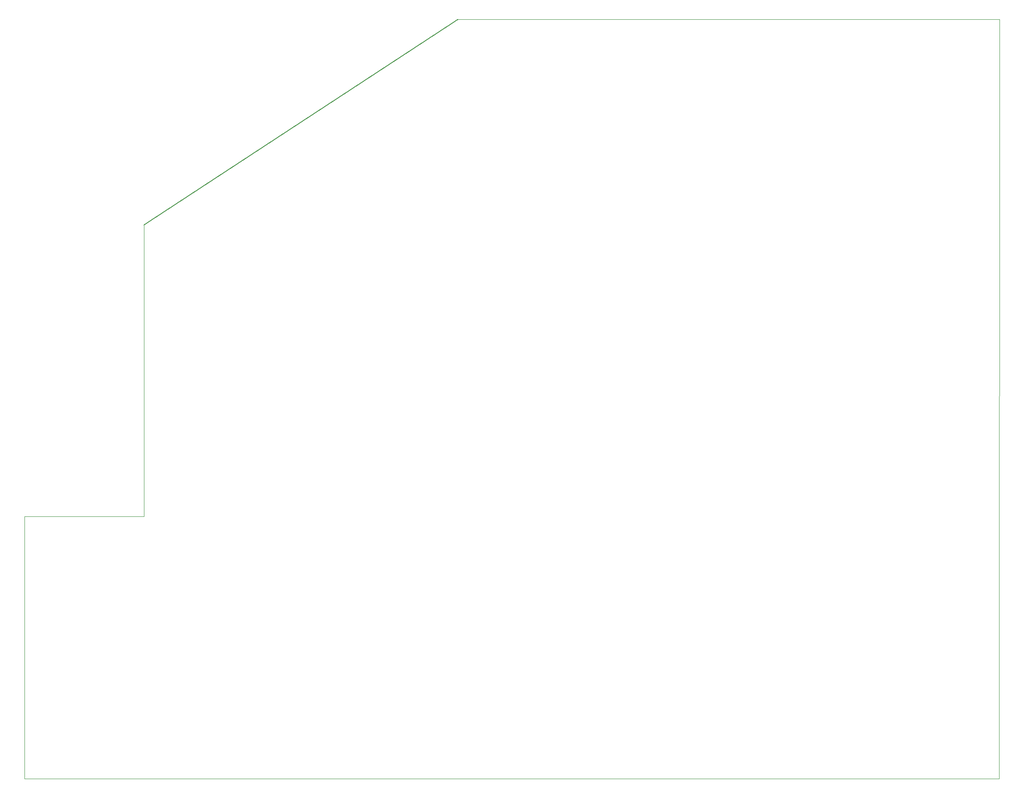
<source format=gm1>
G04 #@! TF.GenerationSoftware,KiCad,Pcbnew,7.0.2*
G04 #@! TF.CreationDate,2023-07-29T23:32:47+01:00*
G04 #@! TF.ProjectId,ECS-Prototype,4543532d-5072-46f7-946f-747970652e6b,1.4*
G04 #@! TF.SameCoordinates,Original*
G04 #@! TF.FileFunction,Profile,NP*
%FSLAX46Y46*%
G04 Gerber Fmt 4.6, Leading zero omitted, Abs format (unit mm)*
G04 Created by KiCad (PCBNEW 7.0.2) date 2023-07-29 23:32:47*
%MOMM*%
%LPD*%
G01*
G04 APERTURE LIST*
G04 #@! TA.AperFunction,Profile*
%ADD10C,0.100000*%
G04 #@! TD*
G04 #@! TA.AperFunction,Profile*
%ADD11C,0.200000*%
G04 #@! TD*
G04 APERTURE END LIST*
D10*
X319030000Y-202940000D02*
X127050000Y-202950000D01*
X212460000Y-53190000D02*
X319140000Y-53190000D01*
X127050000Y-202940000D02*
X127045000Y-151190000D01*
X319120000Y-53200000D02*
X319030000Y-202940000D01*
D11*
X150550000Y-93750000D02*
X212460000Y-53190000D01*
D10*
X150550000Y-151190000D02*
X150550000Y-93750000D01*
X127045000Y-151190000D02*
X150550000Y-151190000D01*
M02*

</source>
